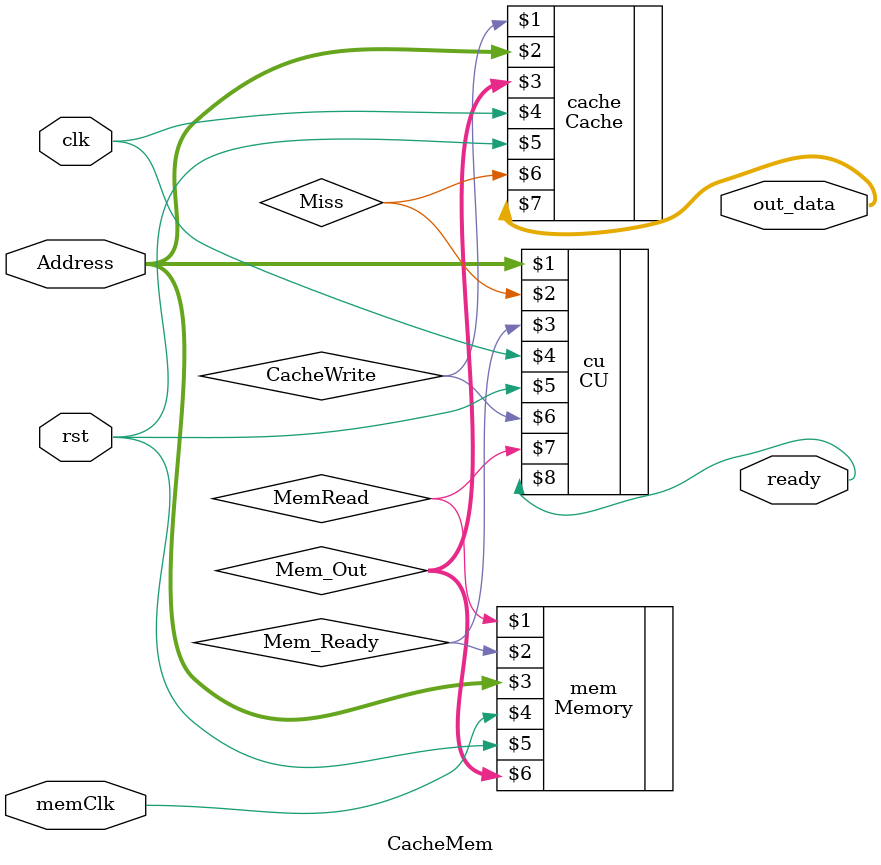
<source format=v>
module CacheMem(Address, clk, rst, memClk, ready, out_data);
	input [14:0] Address;
	input clk, rst, memClk;

	output ready; 
	output[31:0] out_data;

	wire Mem_Ready, CacheWrite, MemRead;
	wire[127:0] Mem_Out;

	Cache cache(CacheWrite, Address, Mem_Out, clk, rst, Miss, out_data);
	CU cu(Address, Miss, Mem_Ready, clk, rst, CacheWrite, MemRead, ready);
	Memory mem(MemRead, Mem_Ready, Address, memClk, rst, Mem_Out);
endmodule
</source>
